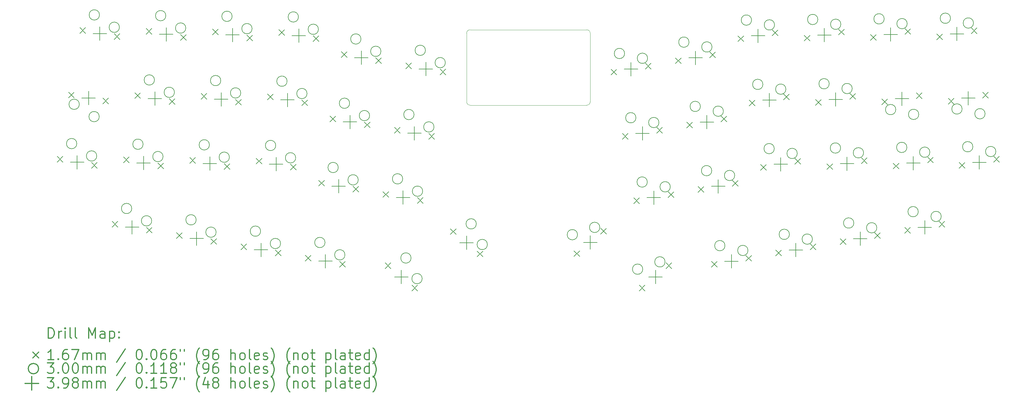
<source format=gbr>
%FSLAX45Y45*%
G04 Gerber Fmt 4.5, Leading zero omitted, Abs format (unit mm)*
G04 Created by KiCad (PCBNEW (5.1.5-0-10_14)) date 2021-08-13 15:04:36*
%MOMM*%
%LPD*%
G04 APERTURE LIST*
%TA.AperFunction,Profile*%
%ADD10C,0.100000*%
%TD*%
%ADD11C,0.200000*%
%ADD12C,0.300000*%
G04 APERTURE END LIST*
D10*
X12957618Y-4741136D02*
X12957618Y-6741136D01*
X16557618Y-6741136D02*
X16557618Y-4741136D01*
X16457618Y-4641136D02*
X13057618Y-4641136D01*
X13057618Y-6841136D02*
X16457618Y-6841136D01*
X12957618Y-4741136D02*
G75*
G02X13057618Y-4641136I100000J0D01*
G01*
X16457618Y-4641136D02*
G75*
G02X16557618Y-4741136I0J-100000D01*
G01*
X16557618Y-6741136D02*
G75*
G02X16457618Y-6841136I-100000J0D01*
G01*
X13057618Y-6841136D02*
G75*
G02X12957618Y-6741136I0J100000D01*
G01*
D11*
X1693836Y-4579423D02*
X1860836Y-4746423D01*
X1860836Y-4579423D02*
X1693836Y-4746423D01*
X2694400Y-4755849D02*
X2861400Y-4922849D01*
X2861400Y-4755849D02*
X2694400Y-4922849D01*
X21961889Y-11072616D02*
X22128889Y-11239615D01*
X22128889Y-11072616D02*
X21961889Y-11239615D01*
X22962453Y-10896189D02*
X23129453Y-11063189D01*
X23129453Y-10896189D02*
X22962453Y-11063189D01*
X25052407Y-6658898D02*
X25219407Y-6825898D01*
X25219407Y-6658898D02*
X25052407Y-6825898D01*
X26052971Y-6482472D02*
X26219971Y-6649472D01*
X26219971Y-6482472D02*
X26052971Y-6649472D01*
X23837948Y-10741816D02*
X24004948Y-10908816D01*
X24004948Y-10741816D02*
X23837948Y-10908816D01*
X24838512Y-10565389D02*
X25005512Y-10732389D01*
X25005512Y-10565389D02*
X24838512Y-10732389D01*
X20085830Y-11403415D02*
X20252830Y-11570415D01*
X20252830Y-11403415D02*
X20085830Y-11570415D01*
X21086395Y-11226989D02*
X21253395Y-11393989D01*
X21253395Y-11226989D02*
X21086395Y-11393989D01*
X19369097Y-7338622D02*
X19536097Y-7505622D01*
X19536097Y-7338622D02*
X19369097Y-7505622D01*
X20369662Y-7162195D02*
X20536662Y-7329195D01*
X20536662Y-7162195D02*
X20369662Y-7329195D01*
X8647810Y-9033996D02*
X8814810Y-9200996D01*
X8814810Y-9033996D02*
X8647810Y-9200996D01*
X9648375Y-9210423D02*
X9815375Y-9377423D01*
X9815375Y-9210423D02*
X9648375Y-9377423D01*
X11185469Y-5612678D02*
X11352469Y-5779678D01*
X11352469Y-5612678D02*
X11185469Y-5779678D01*
X12186033Y-5789105D02*
X12353033Y-5956105D01*
X12353033Y-5789105D02*
X12186033Y-5956105D01*
X9309410Y-5281878D02*
X9476410Y-5448878D01*
X9476410Y-5281878D02*
X9309410Y-5448878D01*
X10309974Y-5458305D02*
X10476974Y-5625305D01*
X10476974Y-5458305D02*
X10309974Y-5625305D01*
X4895693Y-8372397D02*
X5062693Y-8539397D01*
X5062693Y-8372397D02*
X4895693Y-8539397D01*
X5896257Y-8548823D02*
X6063257Y-8715823D01*
X6063257Y-8548823D02*
X5896257Y-8715823D01*
X17493039Y-7669421D02*
X17660039Y-7836421D01*
X17660039Y-7669421D02*
X17493039Y-7836421D01*
X18493603Y-7492994D02*
X18660603Y-7659994D01*
X18660603Y-7492994D02*
X18493603Y-7659994D01*
X17984990Y-12098053D02*
X18151990Y-12265053D01*
X18151990Y-12098053D02*
X17984990Y-12265053D01*
X18763291Y-11444980D02*
X18930291Y-11611980D01*
X18930291Y-11444980D02*
X18763291Y-11611980D01*
X21520823Y-8571204D02*
X21687823Y-8738204D01*
X21687823Y-8571204D02*
X21520823Y-8738204D01*
X22521387Y-8394777D02*
X22688387Y-8561777D01*
X22688387Y-8394777D02*
X22521387Y-8561777D01*
X2964501Y-8354273D02*
X3131501Y-8521273D01*
X3131501Y-8354273D02*
X2964501Y-8521273D01*
X3965065Y-8530700D02*
X4132065Y-8697700D01*
X4132065Y-8530700D02*
X3965065Y-8697700D01*
X3626100Y-4602156D02*
X3793100Y-4769156D01*
X3793100Y-4602156D02*
X3626100Y-4769156D01*
X4626665Y-4778582D02*
X4793665Y-4945582D01*
X4793665Y-4778582D02*
X4626665Y-4945582D01*
X23452014Y-8553081D02*
X23619014Y-8720081D01*
X23619014Y-8553081D02*
X23452014Y-8720081D01*
X24452579Y-8376654D02*
X24619579Y-8543654D01*
X24619579Y-8376654D02*
X24452579Y-8543654D01*
X21190023Y-6695145D02*
X21357023Y-6862145D01*
X21357023Y-6695145D02*
X21190023Y-6862145D01*
X22190587Y-6518718D02*
X22357587Y-6685718D01*
X22357587Y-6518718D02*
X22190587Y-6685718D01*
X3295300Y-6478214D02*
X3462300Y-6645214D01*
X3462300Y-6478214D02*
X3295300Y-6645214D01*
X4295865Y-6654641D02*
X4462865Y-6821641D01*
X4462865Y-6654641D02*
X4295865Y-6821641D01*
X8978610Y-7157937D02*
X9145610Y-7324937D01*
X9145610Y-7157937D02*
X8978610Y-7324937D01*
X9979175Y-7334364D02*
X10146175Y-7501364D01*
X10146175Y-7334364D02*
X9979175Y-7501364D01*
X19699897Y-9214680D02*
X19866897Y-9381680D01*
X19866897Y-9214680D02*
X19699897Y-9381680D01*
X20700462Y-9038253D02*
X20867462Y-9205253D01*
X20867462Y-9038253D02*
X20700462Y-9205253D01*
X8261877Y-11222731D02*
X8428877Y-11389731D01*
X8428877Y-11222731D02*
X8261877Y-11389731D01*
X9262442Y-11399158D02*
X9429442Y-11566158D01*
X9429442Y-11399158D02*
X9262442Y-11566158D01*
X10854669Y-7488737D02*
X11021669Y-7655737D01*
X11021669Y-7488737D02*
X10854669Y-7655737D01*
X11855233Y-7665163D02*
X12022233Y-7832163D01*
X12022233Y-7665163D02*
X11855233Y-7832163D01*
X2633701Y-10230332D02*
X2800701Y-10397332D01*
X2800701Y-10230332D02*
X2633701Y-10397332D01*
X3634265Y-10406759D02*
X3801265Y-10573759D01*
X3801265Y-10406759D02*
X3634265Y-10573759D01*
X17823838Y-9545480D02*
X17990838Y-9712480D01*
X17990838Y-9545480D02*
X17823838Y-9712480D01*
X18824403Y-9369053D02*
X18991403Y-9536053D01*
X18991403Y-9369053D02*
X18824403Y-9536053D01*
X10523869Y-9364796D02*
X10690869Y-9531796D01*
X10690869Y-9364796D02*
X10523869Y-9531796D01*
X11524434Y-9541223D02*
X11691434Y-9708223D01*
X11691434Y-9541223D02*
X11524434Y-9708223D01*
X7488484Y-4638402D02*
X7655484Y-4805402D01*
X7655484Y-4638402D02*
X7488484Y-4805402D01*
X8489049Y-4814829D02*
X8656049Y-4981829D01*
X8656049Y-4814829D02*
X8489049Y-4981829D01*
X6385818Y-10891932D02*
X6552818Y-11058932D01*
X6552818Y-10891932D02*
X6385818Y-11058932D01*
X7386383Y-11068358D02*
X7553383Y-11235358D01*
X7553383Y-11068358D02*
X7386383Y-11235358D01*
X6826885Y-8390520D02*
X6993885Y-8557520D01*
X6993885Y-8390520D02*
X6826885Y-8557520D01*
X7827449Y-8566946D02*
X7994449Y-8733946D01*
X7994449Y-8566946D02*
X7827449Y-8733946D01*
X25383206Y-8534957D02*
X25550206Y-8701957D01*
X25550206Y-8534957D02*
X25383206Y-8701957D01*
X26383771Y-8358531D02*
X26550771Y-8525531D01*
X26550771Y-8358531D02*
X26383771Y-8525531D01*
X22790415Y-4800963D02*
X22957415Y-4967963D01*
X22957415Y-4800963D02*
X22790415Y-4967963D01*
X23790980Y-4624537D02*
X23957980Y-4791537D01*
X23957980Y-4624537D02*
X23790980Y-4791537D01*
X16084949Y-11091572D02*
X16251949Y-11258572D01*
X16251949Y-11091572D02*
X16084949Y-11258572D01*
X16863250Y-10438500D02*
X17030250Y-10605500D01*
X17030250Y-10438500D02*
X16863250Y-10605500D01*
X24721607Y-4782840D02*
X24888607Y-4949840D01*
X24888607Y-4782840D02*
X24721607Y-4949840D01*
X25722172Y-4606413D02*
X25889172Y-4773413D01*
X25889172Y-4606413D02*
X25722172Y-4773413D01*
X1033309Y-8336150D02*
X1200309Y-8503150D01*
X1200309Y-8336150D02*
X1033309Y-8503150D01*
X2033873Y-8512576D02*
X2200873Y-8679576D01*
X2200873Y-8512576D02*
X2033873Y-8679576D01*
X27304218Y-8515713D02*
X27471218Y-8682713D01*
X27471218Y-8515713D02*
X27304218Y-8682713D01*
X28304782Y-8339287D02*
X28471782Y-8506287D01*
X28471782Y-8339287D02*
X28304782Y-8506287D01*
X20859223Y-4819087D02*
X21026223Y-4986087D01*
X21026223Y-4819087D02*
X20859223Y-4986087D01*
X21859787Y-4642660D02*
X22026787Y-4809660D01*
X22026787Y-4642660D02*
X21859787Y-4809660D01*
X19038297Y-5462563D02*
X19205297Y-5629563D01*
X19205297Y-5462563D02*
X19038297Y-5629563D01*
X20038862Y-5286136D02*
X20205862Y-5453136D01*
X20205862Y-5286136D02*
X20038862Y-5453136D01*
X17162239Y-5793362D02*
X17329239Y-5960362D01*
X17329239Y-5793362D02*
X17162239Y-5960362D01*
X18162803Y-5616936D02*
X18329803Y-5783936D01*
X18329803Y-5616936D02*
X18162803Y-5783936D01*
X25714006Y-10411016D02*
X25881006Y-10578016D01*
X25881006Y-10411016D02*
X25714006Y-10578016D01*
X26714571Y-10234590D02*
X26881571Y-10401590D01*
X26881571Y-10234590D02*
X26714571Y-10401590D01*
X23121215Y-6677022D02*
X23288215Y-6844022D01*
X23288215Y-6677022D02*
X23121215Y-6844022D01*
X24121779Y-6500595D02*
X24288779Y-6667595D01*
X24288779Y-6500595D02*
X24121779Y-6667595D01*
X26652799Y-4764716D02*
X26819799Y-4931716D01*
X26819799Y-4764716D02*
X26652799Y-4931716D01*
X27653363Y-4588290D02*
X27820363Y-4755290D01*
X27820363Y-4588290D02*
X27653363Y-4755290D01*
X26983599Y-6640775D02*
X27150599Y-6807775D01*
X27150599Y-6640775D02*
X26983599Y-6807775D01*
X27984164Y-6464349D02*
X28151164Y-6631349D01*
X28151164Y-6464349D02*
X27984164Y-6631349D01*
X10584989Y-11444779D02*
X10751989Y-11611779D01*
X10751989Y-11444779D02*
X10584989Y-11611779D01*
X11363290Y-12097851D02*
X11530290Y-12264851D01*
X11530290Y-12097851D02*
X11363290Y-12264851D01*
X7157685Y-6514461D02*
X7324685Y-6681461D01*
X7324685Y-6514461D02*
X7157685Y-6681461D01*
X8158249Y-6690888D02*
X8325249Y-6857888D01*
X8325249Y-6690888D02*
X8158249Y-6857888D01*
X1364108Y-6460091D02*
X1531108Y-6627091D01*
X1531108Y-6460091D02*
X1364108Y-6627091D01*
X2364673Y-6636518D02*
X2531673Y-6803518D01*
X2531673Y-6636518D02*
X2364673Y-6803518D01*
X5557292Y-4620279D02*
X5724292Y-4787279D01*
X5724292Y-4620279D02*
X5557292Y-4787279D01*
X6557857Y-4796705D02*
X6724857Y-4963705D01*
X6724857Y-4796705D02*
X6557857Y-4963705D01*
X12484993Y-10448146D02*
X12651993Y-10615146D01*
X12651993Y-10448146D02*
X12484993Y-10615146D01*
X13263294Y-11101218D02*
X13430294Y-11268218D01*
X13430294Y-11101218D02*
X13263294Y-11268218D01*
X5226493Y-6496337D02*
X5393493Y-6663337D01*
X5393493Y-6496337D02*
X5226493Y-6663337D01*
X6227057Y-6672764D02*
X6394057Y-6839764D01*
X6394057Y-6672764D02*
X6227057Y-6839764D01*
X4509760Y-10561132D02*
X4676760Y-10728132D01*
X4676760Y-10561132D02*
X4509760Y-10728132D01*
X5510324Y-10737558D02*
X5677324Y-10904558D01*
X5677324Y-10737558D02*
X5510324Y-10904558D01*
X21585451Y-6234256D02*
G75*
G03X21585451Y-6234256I-150000J0D01*
G01*
X22254910Y-6374131D02*
G75*
G03X22254910Y-6374131I-150000J0D01*
G01*
X3867155Y-6105539D02*
G75*
G03X3867155Y-6105539I-150000J0D01*
G01*
X4448401Y-6465947D02*
G75*
G03X4448401Y-6465947I-150000J0D01*
G01*
X9550465Y-6785261D02*
G75*
G03X9550465Y-6785261I-150000J0D01*
G01*
X10131711Y-7145669D02*
G75*
G03X10131711Y-7145669I-150000J0D01*
G01*
X20095325Y-8753791D02*
G75*
G03X20095325Y-8753791I-150000J0D01*
G01*
X20764785Y-8893666D02*
G75*
G03X20764785Y-8893666I-150000J0D01*
G01*
X8833732Y-10850056D02*
G75*
G03X8833732Y-10850056I-150000J0D01*
G01*
X9414978Y-11210463D02*
G75*
G03X9414978Y-11210463I-150000J0D01*
G01*
X11426523Y-7116061D02*
G75*
G03X11426523Y-7116061I-150000J0D01*
G01*
X12007770Y-7476469D02*
G75*
G03X12007770Y-7476469I-150000J0D01*
G01*
X3205555Y-9857656D02*
G75*
G03X3205555Y-9857656I-150000J0D01*
G01*
X3786802Y-10218064D02*
G75*
G03X3786802Y-10218064I-150000J0D01*
G01*
X18219266Y-9084591D02*
G75*
G03X18219266Y-9084591I-150000J0D01*
G01*
X18888725Y-9224466D02*
G75*
G03X18888725Y-9224466I-150000J0D01*
G01*
X11095723Y-8992120D02*
G75*
G03X11095723Y-8992120I-150000J0D01*
G01*
X11676970Y-9352528D02*
G75*
G03X11676970Y-9352528I-150000J0D01*
G01*
X8060339Y-4265727D02*
G75*
G03X8060339Y-4265727I-150000J0D01*
G01*
X8641585Y-4626134D02*
G75*
G03X8641585Y-4626134I-150000J0D01*
G01*
X6957673Y-10519256D02*
G75*
G03X6957673Y-10519256I-150000J0D01*
G01*
X7538919Y-10879664D02*
G75*
G03X7538919Y-10879664I-150000J0D01*
G01*
X7398739Y-8017844D02*
G75*
G03X7398739Y-8017844I-150000J0D01*
G01*
X7979985Y-8378252D02*
G75*
G03X7979985Y-8378252I-150000J0D01*
G01*
X25778634Y-8074068D02*
G75*
G03X25778634Y-8074068I-150000J0D01*
G01*
X26448094Y-8213943D02*
G75*
G03X26448094Y-8213943I-150000J0D01*
G01*
X23185843Y-4340074D02*
G75*
G03X23185843Y-4340074I-150000J0D01*
G01*
X23855302Y-4479949D02*
G75*
G03X23855302Y-4479949I-150000J0D01*
G01*
X16186488Y-10622654D02*
G75*
G03X16186488Y-10622654I-150000J0D01*
G01*
X16836194Y-10409059D02*
G75*
G03X16836194Y-10409059I-150000J0D01*
G01*
X25117035Y-4321951D02*
G75*
G03X25117035Y-4321951I-150000J0D01*
G01*
X25786494Y-4461825D02*
G75*
G03X25786494Y-4461825I-150000J0D01*
G01*
X1605163Y-7963474D02*
G75*
G03X1605163Y-7963474I-150000J0D01*
G01*
X2186409Y-8323882D02*
G75*
G03X2186409Y-8323882I-150000J0D01*
G01*
X27699646Y-8054824D02*
G75*
G03X27699646Y-8054824I-150000J0D01*
G01*
X28369105Y-8194699D02*
G75*
G03X28369105Y-8194699I-150000J0D01*
G01*
X21254651Y-4358198D02*
G75*
G03X21254651Y-4358198I-150000J0D01*
G01*
X21924110Y-4498072D02*
G75*
G03X21924110Y-4498072I-150000J0D01*
G01*
X19433725Y-5001674D02*
G75*
G03X19433725Y-5001674I-150000J0D01*
G01*
X20103185Y-5141548D02*
G75*
G03X20103185Y-5141548I-150000J0D01*
G01*
X17557667Y-5332473D02*
G75*
G03X17557667Y-5332473I-150000J0D01*
G01*
X18227126Y-5472348D02*
G75*
G03X18227126Y-5472348I-150000J0D01*
G01*
X26109434Y-9950127D02*
G75*
G03X26109434Y-9950127I-150000J0D01*
G01*
X26778894Y-10090002D02*
G75*
G03X26778894Y-10090002I-150000J0D01*
G01*
X23516643Y-6216133D02*
G75*
G03X23516643Y-6216133I-150000J0D01*
G01*
X24186102Y-6356007D02*
G75*
G03X24186102Y-6356007I-150000J0D01*
G01*
X27048227Y-4303827D02*
G75*
G03X27048227Y-4303827I-150000J0D01*
G01*
X27717686Y-4443702D02*
G75*
G03X27717686Y-4443702I-150000J0D01*
G01*
X27386276Y-6952363D02*
G75*
G03X27386276Y-6952363I-150000J0D01*
G01*
X28055736Y-7092238D02*
G75*
G03X28055736Y-7092238I-150000J0D01*
G01*
X11339600Y-11302396D02*
G75*
G03X11339600Y-11302396I-150000J0D01*
G01*
X11662770Y-11905142D02*
G75*
G03X11662770Y-11905142I-150000J0D01*
G01*
X7729539Y-6141785D02*
G75*
G03X7729539Y-6141785I-150000J0D01*
G01*
X8310785Y-6502193D02*
G75*
G03X8310785Y-6502193I-150000J0D01*
G01*
X1678572Y-6815786D02*
G75*
G03X1678572Y-6815786I-150000J0D01*
G01*
X2259819Y-7176193D02*
G75*
G03X2259819Y-7176193I-150000J0D01*
G01*
X6129147Y-4247603D02*
G75*
G03X6129147Y-4247603I-150000J0D01*
G01*
X6710393Y-4608011D02*
G75*
G03X6710393Y-4608011I-150000J0D01*
G01*
X13239604Y-10305764D02*
G75*
G03X13239604Y-10305764I-150000J0D01*
G01*
X13562775Y-10908509D02*
G75*
G03X13562775Y-10908509I-150000J0D01*
G01*
X5798347Y-6123662D02*
G75*
G03X5798347Y-6123662I-150000J0D01*
G01*
X6379593Y-6484070D02*
G75*
G03X6379593Y-6484070I-150000J0D01*
G01*
X5081614Y-10188456D02*
G75*
G03X5081614Y-10188456I-150000J0D01*
G01*
X5662860Y-10548864D02*
G75*
G03X5662860Y-10548864I-150000J0D01*
G01*
X2265690Y-4206747D02*
G75*
G03X2265690Y-4206747I-150000J0D01*
G01*
X2846936Y-4567155D02*
G75*
G03X2846936Y-4567155I-150000J0D01*
G01*
X22357317Y-10611727D02*
G75*
G03X22357317Y-10611727I-150000J0D01*
G01*
X23026776Y-10751601D02*
G75*
G03X23026776Y-10751601I-150000J0D01*
G01*
X25455084Y-6970486D02*
G75*
G03X25455084Y-6970486I-150000J0D01*
G01*
X26124543Y-7110361D02*
G75*
G03X26124543Y-7110361I-150000J0D01*
G01*
X24233375Y-10280927D02*
G75*
G03X24233375Y-10280927I-150000J0D01*
G01*
X24902835Y-10420801D02*
G75*
G03X24902835Y-10420801I-150000J0D01*
G01*
X20481258Y-10942526D02*
G75*
G03X20481258Y-10942526I-150000J0D01*
G01*
X21150718Y-11082401D02*
G75*
G03X21150718Y-11082401I-150000J0D01*
G01*
X19764525Y-6877733D02*
G75*
G03X19764525Y-6877733I-150000J0D01*
G01*
X20433985Y-7017607D02*
G75*
G03X20433985Y-7017607I-150000J0D01*
G01*
X9219665Y-8661320D02*
G75*
G03X9219665Y-8661320I-150000J0D01*
G01*
X9800911Y-9021728D02*
G75*
G03X9800911Y-9021728I-150000J0D01*
G01*
X11757323Y-5240002D02*
G75*
G03X11757323Y-5240002I-150000J0D01*
G01*
X12338569Y-5600410D02*
G75*
G03X12338569Y-5600410I-150000J0D01*
G01*
X9881264Y-4909203D02*
G75*
G03X9881264Y-4909203I-150000J0D01*
G01*
X10462511Y-5269611D02*
G75*
G03X10462511Y-5269611I-150000J0D01*
G01*
X5467547Y-7999721D02*
G75*
G03X5467547Y-7999721I-150000J0D01*
G01*
X6048793Y-8360129D02*
G75*
G03X6048793Y-8360129I-150000J0D01*
G01*
X17888466Y-7208532D02*
G75*
G03X17888466Y-7208532I-150000J0D01*
G01*
X18557926Y-7348407D02*
G75*
G03X18557926Y-7348407I-150000J0D01*
G01*
X18086529Y-11629134D02*
G75*
G03X18086529Y-11629134I-150000J0D01*
G01*
X18736235Y-11415539D02*
G75*
G03X18736235Y-11415539I-150000J0D01*
G01*
X21916251Y-8110315D02*
G75*
G03X21916251Y-8110315I-150000J0D01*
G01*
X22585710Y-8250189D02*
G75*
G03X22585710Y-8250189I-150000J0D01*
G01*
X3536355Y-7981597D02*
G75*
G03X3536355Y-7981597I-150000J0D01*
G01*
X4117601Y-8342005D02*
G75*
G03X4117601Y-8342005I-150000J0D01*
G01*
X4197955Y-4229480D02*
G75*
G03X4197955Y-4229480I-150000J0D01*
G01*
X4779201Y-4589888D02*
G75*
G03X4779201Y-4589888I-150000J0D01*
G01*
X23847442Y-8092192D02*
G75*
G03X23847442Y-8092192I-150000J0D01*
G01*
X24516902Y-8232066D02*
G75*
G03X24516902Y-8232066I-150000J0D01*
G01*
X9893192Y-5254583D02*
X9893192Y-5652601D01*
X9694183Y-5453592D02*
X10092201Y-5453592D01*
X5479475Y-8345101D02*
X5479475Y-8743119D01*
X5280466Y-8544110D02*
X5678484Y-8544110D01*
X18076821Y-7465699D02*
X18076821Y-7863717D01*
X17877812Y-7664708D02*
X18275830Y-7664708D01*
X18457640Y-11656008D02*
X18457640Y-12054026D01*
X18258631Y-11855017D02*
X18656649Y-11855017D01*
X22104605Y-8367482D02*
X22104605Y-8765500D01*
X21905596Y-8566491D02*
X22303614Y-8566491D01*
X3548283Y-8326977D02*
X3548283Y-8724996D01*
X3349274Y-8525987D02*
X3747292Y-8525987D01*
X4209882Y-4574860D02*
X4209882Y-4972878D01*
X4010873Y-4773869D02*
X4408891Y-4773869D01*
X24035797Y-8349358D02*
X24035797Y-8747376D01*
X23836788Y-8548367D02*
X24234806Y-8548367D01*
X21773805Y-6491423D02*
X21773805Y-6889441D01*
X21574796Y-6690432D02*
X21972814Y-6690432D01*
X3879083Y-6450919D02*
X3879083Y-6848937D01*
X3680074Y-6649928D02*
X4078092Y-6649928D01*
X9562392Y-7130641D02*
X9562392Y-7528659D01*
X9363383Y-7329650D02*
X9761401Y-7329650D01*
X20283679Y-9010958D02*
X20283679Y-9408976D01*
X20084670Y-9209967D02*
X20482688Y-9209967D01*
X8845660Y-11195436D02*
X8845660Y-11593454D01*
X8646651Y-11394445D02*
X9044669Y-11394445D01*
X11438451Y-7461441D02*
X11438451Y-7859459D01*
X11239442Y-7660450D02*
X11637460Y-7660450D01*
X3217483Y-10203036D02*
X3217483Y-10601054D01*
X3018474Y-10402045D02*
X3416492Y-10402045D01*
X18407620Y-9341758D02*
X18407620Y-9739776D01*
X18208611Y-9540767D02*
X18606629Y-9540767D01*
X11107651Y-9337500D02*
X11107651Y-9735518D01*
X10908642Y-9536509D02*
X11306660Y-9536509D01*
X8072266Y-4611107D02*
X8072266Y-5009125D01*
X7873257Y-4810116D02*
X8271275Y-4810116D01*
X6969601Y-10864636D02*
X6969601Y-11262654D01*
X6770592Y-11063645D02*
X7168610Y-11063645D01*
X7410667Y-8363224D02*
X7410667Y-8761242D01*
X7211658Y-8562233D02*
X7609676Y-8562233D01*
X25966989Y-8331235D02*
X25966989Y-8729253D01*
X25767980Y-8530244D02*
X26165998Y-8530244D01*
X23374197Y-4597241D02*
X23374197Y-4995259D01*
X23175188Y-4796250D02*
X23573206Y-4796250D01*
X16557599Y-10649527D02*
X16557599Y-11047545D01*
X16358590Y-10848536D02*
X16756608Y-10848536D01*
X25305389Y-4579118D02*
X25305389Y-4977136D01*
X25106380Y-4778127D02*
X25504398Y-4778127D01*
X1617091Y-8308854D02*
X1617091Y-8706872D01*
X1418082Y-8507863D02*
X1816100Y-8507863D01*
X27888000Y-8311991D02*
X27888000Y-8710009D01*
X27688991Y-8511000D02*
X28087009Y-8511000D01*
X21443005Y-4615364D02*
X21443005Y-5013382D01*
X21243996Y-4814373D02*
X21642014Y-4814373D01*
X19622080Y-5258840D02*
X19622080Y-5656858D01*
X19423071Y-5457849D02*
X19821089Y-5457849D01*
X17746021Y-5589640D02*
X17746021Y-5987658D01*
X17547012Y-5788649D02*
X17945030Y-5788649D01*
X26297789Y-10207294D02*
X26297789Y-10605312D01*
X26098780Y-10406303D02*
X26496798Y-10406303D01*
X23704997Y-6473299D02*
X23704997Y-6871317D01*
X23505988Y-6672308D02*
X23904006Y-6672308D01*
X27236581Y-4560994D02*
X27236581Y-4959012D01*
X27037572Y-4760003D02*
X27435590Y-4760003D01*
X27567381Y-6437053D02*
X27567381Y-6835071D01*
X27368372Y-6636062D02*
X27766390Y-6636062D01*
X11057639Y-11655806D02*
X11057639Y-12053824D01*
X10858630Y-11854815D02*
X11256648Y-11854815D01*
X7741467Y-6487165D02*
X7741467Y-6885183D01*
X7542458Y-6686174D02*
X7940476Y-6686174D01*
X1947891Y-6432795D02*
X1947891Y-6830813D01*
X1748882Y-6631804D02*
X2146900Y-6631804D01*
X6141075Y-4592983D02*
X6141075Y-4991001D01*
X5942066Y-4791992D02*
X6340084Y-4791992D01*
X12957644Y-10659173D02*
X12957644Y-11057191D01*
X12758635Y-10858182D02*
X13156653Y-10858182D01*
X5810275Y-6469042D02*
X5810275Y-6867060D01*
X5611266Y-6668051D02*
X6009284Y-6668051D01*
X5093542Y-10533836D02*
X5093542Y-10931854D01*
X4894533Y-10732845D02*
X5292551Y-10732845D01*
X2277618Y-4552127D02*
X2277618Y-4950145D01*
X2078609Y-4751136D02*
X2476627Y-4751136D01*
X22545671Y-10868893D02*
X22545671Y-11266911D01*
X22346662Y-11067902D02*
X22744680Y-11067902D01*
X25636189Y-6455176D02*
X25636189Y-6853194D01*
X25437180Y-6654185D02*
X25835198Y-6654185D01*
X24421730Y-10538093D02*
X24421730Y-10936111D01*
X24222721Y-10737102D02*
X24620739Y-10737102D01*
X20669613Y-11199693D02*
X20669613Y-11597711D01*
X20470604Y-11398702D02*
X20868622Y-11398702D01*
X19952880Y-7134899D02*
X19952880Y-7532917D01*
X19753871Y-7333908D02*
X20151889Y-7333908D01*
X9231593Y-9006700D02*
X9231593Y-9404718D01*
X9032584Y-9205709D02*
X9430602Y-9205709D01*
X11769251Y-5585382D02*
X11769251Y-5983400D01*
X11570242Y-5784391D02*
X11968260Y-5784391D01*
D12*
X779094Y-13641845D02*
X779094Y-13341845D01*
X850523Y-13341845D01*
X893380Y-13356131D01*
X921951Y-13384702D01*
X936237Y-13413274D01*
X950523Y-13470417D01*
X950523Y-13513274D01*
X936237Y-13570417D01*
X921951Y-13598988D01*
X893380Y-13627559D01*
X850523Y-13641845D01*
X779094Y-13641845D01*
X1079094Y-13641845D02*
X1079094Y-13441845D01*
X1079094Y-13498988D02*
X1093380Y-13470417D01*
X1107666Y-13456131D01*
X1136237Y-13441845D01*
X1164808Y-13441845D01*
X1264808Y-13641845D02*
X1264808Y-13441845D01*
X1264808Y-13341845D02*
X1250523Y-13356131D01*
X1264808Y-13370417D01*
X1279094Y-13356131D01*
X1264808Y-13341845D01*
X1264808Y-13370417D01*
X1450523Y-13641845D02*
X1421951Y-13627559D01*
X1407665Y-13598988D01*
X1407665Y-13341845D01*
X1607665Y-13641845D02*
X1579094Y-13627559D01*
X1564808Y-13598988D01*
X1564808Y-13341845D01*
X1950523Y-13641845D02*
X1950523Y-13341845D01*
X2050523Y-13556131D01*
X2150523Y-13341845D01*
X2150523Y-13641845D01*
X2421951Y-13641845D02*
X2421951Y-13484702D01*
X2407666Y-13456131D01*
X2379094Y-13441845D01*
X2321951Y-13441845D01*
X2293380Y-13456131D01*
X2421951Y-13627559D02*
X2393380Y-13641845D01*
X2321951Y-13641845D01*
X2293380Y-13627559D01*
X2279094Y-13598988D01*
X2279094Y-13570417D01*
X2293380Y-13541845D01*
X2321951Y-13527559D01*
X2393380Y-13527559D01*
X2421951Y-13513274D01*
X2564808Y-13441845D02*
X2564808Y-13741845D01*
X2564808Y-13456131D02*
X2593380Y-13441845D01*
X2650523Y-13441845D01*
X2679094Y-13456131D01*
X2693380Y-13470417D01*
X2707665Y-13498988D01*
X2707665Y-13584702D01*
X2693380Y-13613274D01*
X2679094Y-13627559D01*
X2650523Y-13641845D01*
X2593380Y-13641845D01*
X2564808Y-13627559D01*
X2836237Y-13613274D02*
X2850523Y-13627559D01*
X2836237Y-13641845D01*
X2821951Y-13627559D01*
X2836237Y-13613274D01*
X2836237Y-13641845D01*
X2836237Y-13456131D02*
X2850523Y-13470417D01*
X2836237Y-13484702D01*
X2821951Y-13470417D01*
X2836237Y-13456131D01*
X2836237Y-13484702D01*
X325666Y-14052631D02*
X492665Y-14219631D01*
X492665Y-14052631D02*
X325666Y-14219631D01*
X936237Y-14271845D02*
X764808Y-14271845D01*
X850523Y-14271845D02*
X850523Y-13971845D01*
X821951Y-14014702D01*
X793380Y-14043274D01*
X764808Y-14057559D01*
X1064808Y-14243274D02*
X1079094Y-14257559D01*
X1064808Y-14271845D01*
X1050523Y-14257559D01*
X1064808Y-14243274D01*
X1064808Y-14271845D01*
X1336237Y-13971845D02*
X1279094Y-13971845D01*
X1250523Y-13986131D01*
X1236237Y-14000417D01*
X1207666Y-14043274D01*
X1193380Y-14100417D01*
X1193380Y-14214702D01*
X1207666Y-14243274D01*
X1221951Y-14257559D01*
X1250523Y-14271845D01*
X1307666Y-14271845D01*
X1336237Y-14257559D01*
X1350523Y-14243274D01*
X1364808Y-14214702D01*
X1364808Y-14143274D01*
X1350523Y-14114702D01*
X1336237Y-14100417D01*
X1307666Y-14086131D01*
X1250523Y-14086131D01*
X1221951Y-14100417D01*
X1207666Y-14114702D01*
X1193380Y-14143274D01*
X1464808Y-13971845D02*
X1664808Y-13971845D01*
X1536237Y-14271845D01*
X1779094Y-14271845D02*
X1779094Y-14071845D01*
X1779094Y-14100417D02*
X1793380Y-14086131D01*
X1821951Y-14071845D01*
X1864808Y-14071845D01*
X1893380Y-14086131D01*
X1907665Y-14114702D01*
X1907665Y-14271845D01*
X1907665Y-14114702D02*
X1921951Y-14086131D01*
X1950523Y-14071845D01*
X1993380Y-14071845D01*
X2021951Y-14086131D01*
X2036237Y-14114702D01*
X2036237Y-14271845D01*
X2179094Y-14271845D02*
X2179094Y-14071845D01*
X2179094Y-14100417D02*
X2193380Y-14086131D01*
X2221951Y-14071845D01*
X2264808Y-14071845D01*
X2293380Y-14086131D01*
X2307666Y-14114702D01*
X2307666Y-14271845D01*
X2307666Y-14114702D02*
X2321951Y-14086131D01*
X2350523Y-14071845D01*
X2393380Y-14071845D01*
X2421951Y-14086131D01*
X2436237Y-14114702D01*
X2436237Y-14271845D01*
X3021951Y-13957559D02*
X2764808Y-14343274D01*
X3407665Y-13971845D02*
X3436237Y-13971845D01*
X3464808Y-13986131D01*
X3479094Y-14000417D01*
X3493380Y-14028988D01*
X3507665Y-14086131D01*
X3507665Y-14157559D01*
X3493380Y-14214702D01*
X3479094Y-14243274D01*
X3464808Y-14257559D01*
X3436237Y-14271845D01*
X3407665Y-14271845D01*
X3379094Y-14257559D01*
X3364808Y-14243274D01*
X3350523Y-14214702D01*
X3336237Y-14157559D01*
X3336237Y-14086131D01*
X3350523Y-14028988D01*
X3364808Y-14000417D01*
X3379094Y-13986131D01*
X3407665Y-13971845D01*
X3636237Y-14243274D02*
X3650523Y-14257559D01*
X3636237Y-14271845D01*
X3621951Y-14257559D01*
X3636237Y-14243274D01*
X3636237Y-14271845D01*
X3836237Y-13971845D02*
X3864808Y-13971845D01*
X3893380Y-13986131D01*
X3907665Y-14000417D01*
X3921951Y-14028988D01*
X3936237Y-14086131D01*
X3936237Y-14157559D01*
X3921951Y-14214702D01*
X3907665Y-14243274D01*
X3893380Y-14257559D01*
X3864808Y-14271845D01*
X3836237Y-14271845D01*
X3807665Y-14257559D01*
X3793380Y-14243274D01*
X3779094Y-14214702D01*
X3764808Y-14157559D01*
X3764808Y-14086131D01*
X3779094Y-14028988D01*
X3793380Y-14000417D01*
X3807665Y-13986131D01*
X3836237Y-13971845D01*
X4193380Y-13971845D02*
X4136237Y-13971845D01*
X4107665Y-13986131D01*
X4093380Y-14000417D01*
X4064808Y-14043274D01*
X4050523Y-14100417D01*
X4050523Y-14214702D01*
X4064808Y-14243274D01*
X4079094Y-14257559D01*
X4107665Y-14271845D01*
X4164808Y-14271845D01*
X4193380Y-14257559D01*
X4207666Y-14243274D01*
X4221951Y-14214702D01*
X4221951Y-14143274D01*
X4207666Y-14114702D01*
X4193380Y-14100417D01*
X4164808Y-14086131D01*
X4107665Y-14086131D01*
X4079094Y-14100417D01*
X4064808Y-14114702D01*
X4050523Y-14143274D01*
X4479094Y-13971845D02*
X4421951Y-13971845D01*
X4393380Y-13986131D01*
X4379094Y-14000417D01*
X4350523Y-14043274D01*
X4336237Y-14100417D01*
X4336237Y-14214702D01*
X4350523Y-14243274D01*
X4364808Y-14257559D01*
X4393380Y-14271845D01*
X4450523Y-14271845D01*
X4479094Y-14257559D01*
X4493380Y-14243274D01*
X4507665Y-14214702D01*
X4507665Y-14143274D01*
X4493380Y-14114702D01*
X4479094Y-14100417D01*
X4450523Y-14086131D01*
X4393380Y-14086131D01*
X4364808Y-14100417D01*
X4350523Y-14114702D01*
X4336237Y-14143274D01*
X4621951Y-13971845D02*
X4621951Y-14028988D01*
X4736237Y-13971845D02*
X4736237Y-14028988D01*
X5179094Y-14386131D02*
X5164808Y-14371845D01*
X5136237Y-14328988D01*
X5121951Y-14300417D01*
X5107665Y-14257559D01*
X5093380Y-14186131D01*
X5093380Y-14128988D01*
X5107665Y-14057559D01*
X5121951Y-14014702D01*
X5136237Y-13986131D01*
X5164808Y-13943274D01*
X5179094Y-13928988D01*
X5307665Y-14271845D02*
X5364808Y-14271845D01*
X5393380Y-14257559D01*
X5407665Y-14243274D01*
X5436237Y-14200417D01*
X5450523Y-14143274D01*
X5450523Y-14028988D01*
X5436237Y-14000417D01*
X5421951Y-13986131D01*
X5393380Y-13971845D01*
X5336237Y-13971845D01*
X5307665Y-13986131D01*
X5293380Y-14000417D01*
X5279094Y-14028988D01*
X5279094Y-14100417D01*
X5293380Y-14128988D01*
X5307665Y-14143274D01*
X5336237Y-14157559D01*
X5393380Y-14157559D01*
X5421951Y-14143274D01*
X5436237Y-14128988D01*
X5450523Y-14100417D01*
X5707665Y-13971845D02*
X5650523Y-13971845D01*
X5621951Y-13986131D01*
X5607665Y-14000417D01*
X5579094Y-14043274D01*
X5564808Y-14100417D01*
X5564808Y-14214702D01*
X5579094Y-14243274D01*
X5593380Y-14257559D01*
X5621951Y-14271845D01*
X5679094Y-14271845D01*
X5707665Y-14257559D01*
X5721951Y-14243274D01*
X5736237Y-14214702D01*
X5736237Y-14143274D01*
X5721951Y-14114702D01*
X5707665Y-14100417D01*
X5679094Y-14086131D01*
X5621951Y-14086131D01*
X5593380Y-14100417D01*
X5579094Y-14114702D01*
X5564808Y-14143274D01*
X6093380Y-14271845D02*
X6093380Y-13971845D01*
X6221951Y-14271845D02*
X6221951Y-14114702D01*
X6207665Y-14086131D01*
X6179094Y-14071845D01*
X6136237Y-14071845D01*
X6107665Y-14086131D01*
X6093380Y-14100417D01*
X6407665Y-14271845D02*
X6379094Y-14257559D01*
X6364808Y-14243274D01*
X6350523Y-14214702D01*
X6350523Y-14128988D01*
X6364808Y-14100417D01*
X6379094Y-14086131D01*
X6407665Y-14071845D01*
X6450523Y-14071845D01*
X6479094Y-14086131D01*
X6493380Y-14100417D01*
X6507665Y-14128988D01*
X6507665Y-14214702D01*
X6493380Y-14243274D01*
X6479094Y-14257559D01*
X6450523Y-14271845D01*
X6407665Y-14271845D01*
X6679094Y-14271845D02*
X6650523Y-14257559D01*
X6636237Y-14228988D01*
X6636237Y-13971845D01*
X6907665Y-14257559D02*
X6879094Y-14271845D01*
X6821951Y-14271845D01*
X6793380Y-14257559D01*
X6779094Y-14228988D01*
X6779094Y-14114702D01*
X6793380Y-14086131D01*
X6821951Y-14071845D01*
X6879094Y-14071845D01*
X6907665Y-14086131D01*
X6921951Y-14114702D01*
X6921951Y-14143274D01*
X6779094Y-14171845D01*
X7036237Y-14257559D02*
X7064808Y-14271845D01*
X7121951Y-14271845D01*
X7150523Y-14257559D01*
X7164808Y-14228988D01*
X7164808Y-14214702D01*
X7150523Y-14186131D01*
X7121951Y-14171845D01*
X7079094Y-14171845D01*
X7050523Y-14157559D01*
X7036237Y-14128988D01*
X7036237Y-14114702D01*
X7050523Y-14086131D01*
X7079094Y-14071845D01*
X7121951Y-14071845D01*
X7150523Y-14086131D01*
X7264808Y-14386131D02*
X7279094Y-14371845D01*
X7307665Y-14328988D01*
X7321951Y-14300417D01*
X7336237Y-14257559D01*
X7350523Y-14186131D01*
X7350523Y-14128988D01*
X7336237Y-14057559D01*
X7321951Y-14014702D01*
X7307665Y-13986131D01*
X7279094Y-13943274D01*
X7264808Y-13928988D01*
X7807665Y-14386131D02*
X7793380Y-14371845D01*
X7764808Y-14328988D01*
X7750523Y-14300417D01*
X7736237Y-14257559D01*
X7721951Y-14186131D01*
X7721951Y-14128988D01*
X7736237Y-14057559D01*
X7750523Y-14014702D01*
X7764808Y-13986131D01*
X7793380Y-13943274D01*
X7807665Y-13928988D01*
X7921951Y-14071845D02*
X7921951Y-14271845D01*
X7921951Y-14100417D02*
X7936237Y-14086131D01*
X7964808Y-14071845D01*
X8007665Y-14071845D01*
X8036237Y-14086131D01*
X8050523Y-14114702D01*
X8050523Y-14271845D01*
X8236237Y-14271845D02*
X8207665Y-14257559D01*
X8193380Y-14243274D01*
X8179094Y-14214702D01*
X8179094Y-14128988D01*
X8193380Y-14100417D01*
X8207665Y-14086131D01*
X8236237Y-14071845D01*
X8279094Y-14071845D01*
X8307665Y-14086131D01*
X8321951Y-14100417D01*
X8336237Y-14128988D01*
X8336237Y-14214702D01*
X8321951Y-14243274D01*
X8307665Y-14257559D01*
X8279094Y-14271845D01*
X8236237Y-14271845D01*
X8421951Y-14071845D02*
X8536237Y-14071845D01*
X8464808Y-13971845D02*
X8464808Y-14228988D01*
X8479094Y-14257559D01*
X8507666Y-14271845D01*
X8536237Y-14271845D01*
X8864808Y-14071845D02*
X8864808Y-14371845D01*
X8864808Y-14086131D02*
X8893380Y-14071845D01*
X8950523Y-14071845D01*
X8979094Y-14086131D01*
X8993380Y-14100417D01*
X9007666Y-14128988D01*
X9007666Y-14214702D01*
X8993380Y-14243274D01*
X8979094Y-14257559D01*
X8950523Y-14271845D01*
X8893380Y-14271845D01*
X8864808Y-14257559D01*
X9179094Y-14271845D02*
X9150523Y-14257559D01*
X9136237Y-14228988D01*
X9136237Y-13971845D01*
X9421951Y-14271845D02*
X9421951Y-14114702D01*
X9407665Y-14086131D01*
X9379094Y-14071845D01*
X9321951Y-14071845D01*
X9293380Y-14086131D01*
X9421951Y-14257559D02*
X9393380Y-14271845D01*
X9321951Y-14271845D01*
X9293380Y-14257559D01*
X9279094Y-14228988D01*
X9279094Y-14200417D01*
X9293380Y-14171845D01*
X9321951Y-14157559D01*
X9393380Y-14157559D01*
X9421951Y-14143274D01*
X9521951Y-14071845D02*
X9636237Y-14071845D01*
X9564808Y-13971845D02*
X9564808Y-14228988D01*
X9579094Y-14257559D01*
X9607666Y-14271845D01*
X9636237Y-14271845D01*
X9850523Y-14257559D02*
X9821951Y-14271845D01*
X9764808Y-14271845D01*
X9736237Y-14257559D01*
X9721951Y-14228988D01*
X9721951Y-14114702D01*
X9736237Y-14086131D01*
X9764808Y-14071845D01*
X9821951Y-14071845D01*
X9850523Y-14086131D01*
X9864808Y-14114702D01*
X9864808Y-14143274D01*
X9721951Y-14171845D01*
X10121951Y-14271845D02*
X10121951Y-13971845D01*
X10121951Y-14257559D02*
X10093380Y-14271845D01*
X10036237Y-14271845D01*
X10007665Y-14257559D01*
X9993380Y-14243274D01*
X9979094Y-14214702D01*
X9979094Y-14128988D01*
X9993380Y-14100417D01*
X10007665Y-14086131D01*
X10036237Y-14071845D01*
X10093380Y-14071845D01*
X10121951Y-14086131D01*
X10236237Y-14386131D02*
X10250523Y-14371845D01*
X10279094Y-14328988D01*
X10293380Y-14300417D01*
X10307666Y-14257559D01*
X10321951Y-14186131D01*
X10321951Y-14128988D01*
X10307666Y-14057559D01*
X10293380Y-14014702D01*
X10279094Y-13986131D01*
X10250523Y-13943274D01*
X10236237Y-13928988D01*
X492665Y-14532131D02*
G75*
G03X492665Y-14532131I-150000J0D01*
G01*
X750523Y-14367845D02*
X936237Y-14367845D01*
X836237Y-14482131D01*
X879094Y-14482131D01*
X907665Y-14496417D01*
X921951Y-14510702D01*
X936237Y-14539274D01*
X936237Y-14610702D01*
X921951Y-14639274D01*
X907665Y-14653559D01*
X879094Y-14667845D01*
X793380Y-14667845D01*
X764808Y-14653559D01*
X750523Y-14639274D01*
X1064808Y-14639274D02*
X1079094Y-14653559D01*
X1064808Y-14667845D01*
X1050523Y-14653559D01*
X1064808Y-14639274D01*
X1064808Y-14667845D01*
X1264808Y-14367845D02*
X1293380Y-14367845D01*
X1321951Y-14382131D01*
X1336237Y-14396417D01*
X1350523Y-14424988D01*
X1364808Y-14482131D01*
X1364808Y-14553559D01*
X1350523Y-14610702D01*
X1336237Y-14639274D01*
X1321951Y-14653559D01*
X1293380Y-14667845D01*
X1264808Y-14667845D01*
X1236237Y-14653559D01*
X1221951Y-14639274D01*
X1207666Y-14610702D01*
X1193380Y-14553559D01*
X1193380Y-14482131D01*
X1207666Y-14424988D01*
X1221951Y-14396417D01*
X1236237Y-14382131D01*
X1264808Y-14367845D01*
X1550523Y-14367845D02*
X1579094Y-14367845D01*
X1607665Y-14382131D01*
X1621951Y-14396417D01*
X1636237Y-14424988D01*
X1650523Y-14482131D01*
X1650523Y-14553559D01*
X1636237Y-14610702D01*
X1621951Y-14639274D01*
X1607665Y-14653559D01*
X1579094Y-14667845D01*
X1550523Y-14667845D01*
X1521951Y-14653559D01*
X1507665Y-14639274D01*
X1493380Y-14610702D01*
X1479094Y-14553559D01*
X1479094Y-14482131D01*
X1493380Y-14424988D01*
X1507665Y-14396417D01*
X1521951Y-14382131D01*
X1550523Y-14367845D01*
X1779094Y-14667845D02*
X1779094Y-14467845D01*
X1779094Y-14496417D02*
X1793380Y-14482131D01*
X1821951Y-14467845D01*
X1864808Y-14467845D01*
X1893380Y-14482131D01*
X1907665Y-14510702D01*
X1907665Y-14667845D01*
X1907665Y-14510702D02*
X1921951Y-14482131D01*
X1950523Y-14467845D01*
X1993380Y-14467845D01*
X2021951Y-14482131D01*
X2036237Y-14510702D01*
X2036237Y-14667845D01*
X2179094Y-14667845D02*
X2179094Y-14467845D01*
X2179094Y-14496417D02*
X2193380Y-14482131D01*
X2221951Y-14467845D01*
X2264808Y-14467845D01*
X2293380Y-14482131D01*
X2307666Y-14510702D01*
X2307666Y-14667845D01*
X2307666Y-14510702D02*
X2321951Y-14482131D01*
X2350523Y-14467845D01*
X2393380Y-14467845D01*
X2421951Y-14482131D01*
X2436237Y-14510702D01*
X2436237Y-14667845D01*
X3021951Y-14353559D02*
X2764808Y-14739274D01*
X3407665Y-14367845D02*
X3436237Y-14367845D01*
X3464808Y-14382131D01*
X3479094Y-14396417D01*
X3493380Y-14424988D01*
X3507665Y-14482131D01*
X3507665Y-14553559D01*
X3493380Y-14610702D01*
X3479094Y-14639274D01*
X3464808Y-14653559D01*
X3436237Y-14667845D01*
X3407665Y-14667845D01*
X3379094Y-14653559D01*
X3364808Y-14639274D01*
X3350523Y-14610702D01*
X3336237Y-14553559D01*
X3336237Y-14482131D01*
X3350523Y-14424988D01*
X3364808Y-14396417D01*
X3379094Y-14382131D01*
X3407665Y-14367845D01*
X3636237Y-14639274D02*
X3650523Y-14653559D01*
X3636237Y-14667845D01*
X3621951Y-14653559D01*
X3636237Y-14639274D01*
X3636237Y-14667845D01*
X3936237Y-14667845D02*
X3764808Y-14667845D01*
X3850523Y-14667845D02*
X3850523Y-14367845D01*
X3821951Y-14410702D01*
X3793380Y-14439274D01*
X3764808Y-14453559D01*
X4221951Y-14667845D02*
X4050523Y-14667845D01*
X4136237Y-14667845D02*
X4136237Y-14367845D01*
X4107665Y-14410702D01*
X4079094Y-14439274D01*
X4050523Y-14453559D01*
X4393380Y-14496417D02*
X4364808Y-14482131D01*
X4350523Y-14467845D01*
X4336237Y-14439274D01*
X4336237Y-14424988D01*
X4350523Y-14396417D01*
X4364808Y-14382131D01*
X4393380Y-14367845D01*
X4450523Y-14367845D01*
X4479094Y-14382131D01*
X4493380Y-14396417D01*
X4507665Y-14424988D01*
X4507665Y-14439274D01*
X4493380Y-14467845D01*
X4479094Y-14482131D01*
X4450523Y-14496417D01*
X4393380Y-14496417D01*
X4364808Y-14510702D01*
X4350523Y-14524988D01*
X4336237Y-14553559D01*
X4336237Y-14610702D01*
X4350523Y-14639274D01*
X4364808Y-14653559D01*
X4393380Y-14667845D01*
X4450523Y-14667845D01*
X4479094Y-14653559D01*
X4493380Y-14639274D01*
X4507665Y-14610702D01*
X4507665Y-14553559D01*
X4493380Y-14524988D01*
X4479094Y-14510702D01*
X4450523Y-14496417D01*
X4621951Y-14367845D02*
X4621951Y-14424988D01*
X4736237Y-14367845D02*
X4736237Y-14424988D01*
X5179094Y-14782131D02*
X5164808Y-14767845D01*
X5136237Y-14724988D01*
X5121951Y-14696417D01*
X5107665Y-14653559D01*
X5093380Y-14582131D01*
X5093380Y-14524988D01*
X5107665Y-14453559D01*
X5121951Y-14410702D01*
X5136237Y-14382131D01*
X5164808Y-14339274D01*
X5179094Y-14324988D01*
X5307665Y-14667845D02*
X5364808Y-14667845D01*
X5393380Y-14653559D01*
X5407665Y-14639274D01*
X5436237Y-14596417D01*
X5450523Y-14539274D01*
X5450523Y-14424988D01*
X5436237Y-14396417D01*
X5421951Y-14382131D01*
X5393380Y-14367845D01*
X5336237Y-14367845D01*
X5307665Y-14382131D01*
X5293380Y-14396417D01*
X5279094Y-14424988D01*
X5279094Y-14496417D01*
X5293380Y-14524988D01*
X5307665Y-14539274D01*
X5336237Y-14553559D01*
X5393380Y-14553559D01*
X5421951Y-14539274D01*
X5436237Y-14524988D01*
X5450523Y-14496417D01*
X5707665Y-14367845D02*
X5650523Y-14367845D01*
X5621951Y-14382131D01*
X5607665Y-14396417D01*
X5579094Y-14439274D01*
X5564808Y-14496417D01*
X5564808Y-14610702D01*
X5579094Y-14639274D01*
X5593380Y-14653559D01*
X5621951Y-14667845D01*
X5679094Y-14667845D01*
X5707665Y-14653559D01*
X5721951Y-14639274D01*
X5736237Y-14610702D01*
X5736237Y-14539274D01*
X5721951Y-14510702D01*
X5707665Y-14496417D01*
X5679094Y-14482131D01*
X5621951Y-14482131D01*
X5593380Y-14496417D01*
X5579094Y-14510702D01*
X5564808Y-14539274D01*
X6093380Y-14667845D02*
X6093380Y-14367845D01*
X6221951Y-14667845D02*
X6221951Y-14510702D01*
X6207665Y-14482131D01*
X6179094Y-14467845D01*
X6136237Y-14467845D01*
X6107665Y-14482131D01*
X6093380Y-14496417D01*
X6407665Y-14667845D02*
X6379094Y-14653559D01*
X6364808Y-14639274D01*
X6350523Y-14610702D01*
X6350523Y-14524988D01*
X6364808Y-14496417D01*
X6379094Y-14482131D01*
X6407665Y-14467845D01*
X6450523Y-14467845D01*
X6479094Y-14482131D01*
X6493380Y-14496417D01*
X6507665Y-14524988D01*
X6507665Y-14610702D01*
X6493380Y-14639274D01*
X6479094Y-14653559D01*
X6450523Y-14667845D01*
X6407665Y-14667845D01*
X6679094Y-14667845D02*
X6650523Y-14653559D01*
X6636237Y-14624988D01*
X6636237Y-14367845D01*
X6907665Y-14653559D02*
X6879094Y-14667845D01*
X6821951Y-14667845D01*
X6793380Y-14653559D01*
X6779094Y-14624988D01*
X6779094Y-14510702D01*
X6793380Y-14482131D01*
X6821951Y-14467845D01*
X6879094Y-14467845D01*
X6907665Y-14482131D01*
X6921951Y-14510702D01*
X6921951Y-14539274D01*
X6779094Y-14567845D01*
X7036237Y-14653559D02*
X7064808Y-14667845D01*
X7121951Y-14667845D01*
X7150523Y-14653559D01*
X7164808Y-14624988D01*
X7164808Y-14610702D01*
X7150523Y-14582131D01*
X7121951Y-14567845D01*
X7079094Y-14567845D01*
X7050523Y-14553559D01*
X7036237Y-14524988D01*
X7036237Y-14510702D01*
X7050523Y-14482131D01*
X7079094Y-14467845D01*
X7121951Y-14467845D01*
X7150523Y-14482131D01*
X7264808Y-14782131D02*
X7279094Y-14767845D01*
X7307665Y-14724988D01*
X7321951Y-14696417D01*
X7336237Y-14653559D01*
X7350523Y-14582131D01*
X7350523Y-14524988D01*
X7336237Y-14453559D01*
X7321951Y-14410702D01*
X7307665Y-14382131D01*
X7279094Y-14339274D01*
X7264808Y-14324988D01*
X7807665Y-14782131D02*
X7793380Y-14767845D01*
X7764808Y-14724988D01*
X7750523Y-14696417D01*
X7736237Y-14653559D01*
X7721951Y-14582131D01*
X7721951Y-14524988D01*
X7736237Y-14453559D01*
X7750523Y-14410702D01*
X7764808Y-14382131D01*
X7793380Y-14339274D01*
X7807665Y-14324988D01*
X7921951Y-14467845D02*
X7921951Y-14667845D01*
X7921951Y-14496417D02*
X7936237Y-14482131D01*
X7964808Y-14467845D01*
X8007665Y-14467845D01*
X8036237Y-14482131D01*
X8050523Y-14510702D01*
X8050523Y-14667845D01*
X8236237Y-14667845D02*
X8207665Y-14653559D01*
X8193380Y-14639274D01*
X8179094Y-14610702D01*
X8179094Y-14524988D01*
X8193380Y-14496417D01*
X8207665Y-14482131D01*
X8236237Y-14467845D01*
X8279094Y-14467845D01*
X8307665Y-14482131D01*
X8321951Y-14496417D01*
X8336237Y-14524988D01*
X8336237Y-14610702D01*
X8321951Y-14639274D01*
X8307665Y-14653559D01*
X8279094Y-14667845D01*
X8236237Y-14667845D01*
X8421951Y-14467845D02*
X8536237Y-14467845D01*
X8464808Y-14367845D02*
X8464808Y-14624988D01*
X8479094Y-14653559D01*
X8507666Y-14667845D01*
X8536237Y-14667845D01*
X8864808Y-14467845D02*
X8864808Y-14767845D01*
X8864808Y-14482131D02*
X8893380Y-14467845D01*
X8950523Y-14467845D01*
X8979094Y-14482131D01*
X8993380Y-14496417D01*
X9007666Y-14524988D01*
X9007666Y-14610702D01*
X8993380Y-14639274D01*
X8979094Y-14653559D01*
X8950523Y-14667845D01*
X8893380Y-14667845D01*
X8864808Y-14653559D01*
X9179094Y-14667845D02*
X9150523Y-14653559D01*
X9136237Y-14624988D01*
X9136237Y-14367845D01*
X9421951Y-14667845D02*
X9421951Y-14510702D01*
X9407665Y-14482131D01*
X9379094Y-14467845D01*
X9321951Y-14467845D01*
X9293380Y-14482131D01*
X9421951Y-14653559D02*
X9393380Y-14667845D01*
X9321951Y-14667845D01*
X9293380Y-14653559D01*
X9279094Y-14624988D01*
X9279094Y-14596417D01*
X9293380Y-14567845D01*
X9321951Y-14553559D01*
X9393380Y-14553559D01*
X9421951Y-14539274D01*
X9521951Y-14467845D02*
X9636237Y-14467845D01*
X9564808Y-14367845D02*
X9564808Y-14624988D01*
X9579094Y-14653559D01*
X9607666Y-14667845D01*
X9636237Y-14667845D01*
X9850523Y-14653559D02*
X9821951Y-14667845D01*
X9764808Y-14667845D01*
X9736237Y-14653559D01*
X9721951Y-14624988D01*
X9721951Y-14510702D01*
X9736237Y-14482131D01*
X9764808Y-14467845D01*
X9821951Y-14467845D01*
X9850523Y-14482131D01*
X9864808Y-14510702D01*
X9864808Y-14539274D01*
X9721951Y-14567845D01*
X10121951Y-14667845D02*
X10121951Y-14367845D01*
X10121951Y-14653559D02*
X10093380Y-14667845D01*
X10036237Y-14667845D01*
X10007665Y-14653559D01*
X9993380Y-14639274D01*
X9979094Y-14610702D01*
X9979094Y-14524988D01*
X9993380Y-14496417D01*
X10007665Y-14482131D01*
X10036237Y-14467845D01*
X10093380Y-14467845D01*
X10121951Y-14482131D01*
X10236237Y-14782131D02*
X10250523Y-14767845D01*
X10279094Y-14724988D01*
X10293380Y-14696417D01*
X10307666Y-14653559D01*
X10321951Y-14582131D01*
X10321951Y-14524988D01*
X10307666Y-14453559D01*
X10293380Y-14410702D01*
X10279094Y-14382131D01*
X10250523Y-14339274D01*
X10236237Y-14324988D01*
X293657Y-14763122D02*
X293657Y-15161140D01*
X94647Y-14962131D02*
X492665Y-14962131D01*
X750523Y-14797845D02*
X936237Y-14797845D01*
X836237Y-14912131D01*
X879094Y-14912131D01*
X907665Y-14926417D01*
X921951Y-14940702D01*
X936237Y-14969274D01*
X936237Y-15040702D01*
X921951Y-15069274D01*
X907665Y-15083559D01*
X879094Y-15097845D01*
X793380Y-15097845D01*
X764808Y-15083559D01*
X750523Y-15069274D01*
X1064808Y-15069274D02*
X1079094Y-15083559D01*
X1064808Y-15097845D01*
X1050523Y-15083559D01*
X1064808Y-15069274D01*
X1064808Y-15097845D01*
X1221951Y-15097845D02*
X1279094Y-15097845D01*
X1307666Y-15083559D01*
X1321951Y-15069274D01*
X1350523Y-15026417D01*
X1364808Y-14969274D01*
X1364808Y-14854988D01*
X1350523Y-14826417D01*
X1336237Y-14812131D01*
X1307666Y-14797845D01*
X1250523Y-14797845D01*
X1221951Y-14812131D01*
X1207666Y-14826417D01*
X1193380Y-14854988D01*
X1193380Y-14926417D01*
X1207666Y-14954988D01*
X1221951Y-14969274D01*
X1250523Y-14983559D01*
X1307666Y-14983559D01*
X1336237Y-14969274D01*
X1350523Y-14954988D01*
X1364808Y-14926417D01*
X1536237Y-14926417D02*
X1507665Y-14912131D01*
X1493380Y-14897845D01*
X1479094Y-14869274D01*
X1479094Y-14854988D01*
X1493380Y-14826417D01*
X1507665Y-14812131D01*
X1536237Y-14797845D01*
X1593380Y-14797845D01*
X1621951Y-14812131D01*
X1636237Y-14826417D01*
X1650523Y-14854988D01*
X1650523Y-14869274D01*
X1636237Y-14897845D01*
X1621951Y-14912131D01*
X1593380Y-14926417D01*
X1536237Y-14926417D01*
X1507665Y-14940702D01*
X1493380Y-14954988D01*
X1479094Y-14983559D01*
X1479094Y-15040702D01*
X1493380Y-15069274D01*
X1507665Y-15083559D01*
X1536237Y-15097845D01*
X1593380Y-15097845D01*
X1621951Y-15083559D01*
X1636237Y-15069274D01*
X1650523Y-15040702D01*
X1650523Y-14983559D01*
X1636237Y-14954988D01*
X1621951Y-14940702D01*
X1593380Y-14926417D01*
X1779094Y-15097845D02*
X1779094Y-14897845D01*
X1779094Y-14926417D02*
X1793380Y-14912131D01*
X1821951Y-14897845D01*
X1864808Y-14897845D01*
X1893380Y-14912131D01*
X1907665Y-14940702D01*
X1907665Y-15097845D01*
X1907665Y-14940702D02*
X1921951Y-14912131D01*
X1950523Y-14897845D01*
X1993380Y-14897845D01*
X2021951Y-14912131D01*
X2036237Y-14940702D01*
X2036237Y-15097845D01*
X2179094Y-15097845D02*
X2179094Y-14897845D01*
X2179094Y-14926417D02*
X2193380Y-14912131D01*
X2221951Y-14897845D01*
X2264808Y-14897845D01*
X2293380Y-14912131D01*
X2307666Y-14940702D01*
X2307666Y-15097845D01*
X2307666Y-14940702D02*
X2321951Y-14912131D01*
X2350523Y-14897845D01*
X2393380Y-14897845D01*
X2421951Y-14912131D01*
X2436237Y-14940702D01*
X2436237Y-15097845D01*
X3021951Y-14783559D02*
X2764808Y-15169274D01*
X3407665Y-14797845D02*
X3436237Y-14797845D01*
X3464808Y-14812131D01*
X3479094Y-14826417D01*
X3493380Y-14854988D01*
X3507665Y-14912131D01*
X3507665Y-14983559D01*
X3493380Y-15040702D01*
X3479094Y-15069274D01*
X3464808Y-15083559D01*
X3436237Y-15097845D01*
X3407665Y-15097845D01*
X3379094Y-15083559D01*
X3364808Y-15069274D01*
X3350523Y-15040702D01*
X3336237Y-14983559D01*
X3336237Y-14912131D01*
X3350523Y-14854988D01*
X3364808Y-14826417D01*
X3379094Y-14812131D01*
X3407665Y-14797845D01*
X3636237Y-15069274D02*
X3650523Y-15083559D01*
X3636237Y-15097845D01*
X3621951Y-15083559D01*
X3636237Y-15069274D01*
X3636237Y-15097845D01*
X3936237Y-15097845D02*
X3764808Y-15097845D01*
X3850523Y-15097845D02*
X3850523Y-14797845D01*
X3821951Y-14840702D01*
X3793380Y-14869274D01*
X3764808Y-14883559D01*
X4207666Y-14797845D02*
X4064808Y-14797845D01*
X4050523Y-14940702D01*
X4064808Y-14926417D01*
X4093380Y-14912131D01*
X4164808Y-14912131D01*
X4193380Y-14926417D01*
X4207666Y-14940702D01*
X4221951Y-14969274D01*
X4221951Y-15040702D01*
X4207666Y-15069274D01*
X4193380Y-15083559D01*
X4164808Y-15097845D01*
X4093380Y-15097845D01*
X4064808Y-15083559D01*
X4050523Y-15069274D01*
X4321951Y-14797845D02*
X4521951Y-14797845D01*
X4393380Y-15097845D01*
X4621951Y-14797845D02*
X4621951Y-14854988D01*
X4736237Y-14797845D02*
X4736237Y-14854988D01*
X5179094Y-15212131D02*
X5164808Y-15197845D01*
X5136237Y-15154988D01*
X5121951Y-15126417D01*
X5107665Y-15083559D01*
X5093380Y-15012131D01*
X5093380Y-14954988D01*
X5107665Y-14883559D01*
X5121951Y-14840702D01*
X5136237Y-14812131D01*
X5164808Y-14769274D01*
X5179094Y-14754988D01*
X5421951Y-14897845D02*
X5421951Y-15097845D01*
X5350523Y-14783559D02*
X5279094Y-14997845D01*
X5464808Y-14997845D01*
X5621951Y-14926417D02*
X5593380Y-14912131D01*
X5579094Y-14897845D01*
X5564808Y-14869274D01*
X5564808Y-14854988D01*
X5579094Y-14826417D01*
X5593380Y-14812131D01*
X5621951Y-14797845D01*
X5679094Y-14797845D01*
X5707665Y-14812131D01*
X5721951Y-14826417D01*
X5736237Y-14854988D01*
X5736237Y-14869274D01*
X5721951Y-14897845D01*
X5707665Y-14912131D01*
X5679094Y-14926417D01*
X5621951Y-14926417D01*
X5593380Y-14940702D01*
X5579094Y-14954988D01*
X5564808Y-14983559D01*
X5564808Y-15040702D01*
X5579094Y-15069274D01*
X5593380Y-15083559D01*
X5621951Y-15097845D01*
X5679094Y-15097845D01*
X5707665Y-15083559D01*
X5721951Y-15069274D01*
X5736237Y-15040702D01*
X5736237Y-14983559D01*
X5721951Y-14954988D01*
X5707665Y-14940702D01*
X5679094Y-14926417D01*
X6093380Y-15097845D02*
X6093380Y-14797845D01*
X6221951Y-15097845D02*
X6221951Y-14940702D01*
X6207665Y-14912131D01*
X6179094Y-14897845D01*
X6136237Y-14897845D01*
X6107665Y-14912131D01*
X6093380Y-14926417D01*
X6407665Y-15097845D02*
X6379094Y-15083559D01*
X6364808Y-15069274D01*
X6350523Y-15040702D01*
X6350523Y-14954988D01*
X6364808Y-14926417D01*
X6379094Y-14912131D01*
X6407665Y-14897845D01*
X6450523Y-14897845D01*
X6479094Y-14912131D01*
X6493380Y-14926417D01*
X6507665Y-14954988D01*
X6507665Y-15040702D01*
X6493380Y-15069274D01*
X6479094Y-15083559D01*
X6450523Y-15097845D01*
X6407665Y-15097845D01*
X6679094Y-15097845D02*
X6650523Y-15083559D01*
X6636237Y-15054988D01*
X6636237Y-14797845D01*
X6907665Y-15083559D02*
X6879094Y-15097845D01*
X6821951Y-15097845D01*
X6793380Y-15083559D01*
X6779094Y-15054988D01*
X6779094Y-14940702D01*
X6793380Y-14912131D01*
X6821951Y-14897845D01*
X6879094Y-14897845D01*
X6907665Y-14912131D01*
X6921951Y-14940702D01*
X6921951Y-14969274D01*
X6779094Y-14997845D01*
X7036237Y-15083559D02*
X7064808Y-15097845D01*
X7121951Y-15097845D01*
X7150523Y-15083559D01*
X7164808Y-15054988D01*
X7164808Y-15040702D01*
X7150523Y-15012131D01*
X7121951Y-14997845D01*
X7079094Y-14997845D01*
X7050523Y-14983559D01*
X7036237Y-14954988D01*
X7036237Y-14940702D01*
X7050523Y-14912131D01*
X7079094Y-14897845D01*
X7121951Y-14897845D01*
X7150523Y-14912131D01*
X7264808Y-15212131D02*
X7279094Y-15197845D01*
X7307665Y-15154988D01*
X7321951Y-15126417D01*
X7336237Y-15083559D01*
X7350523Y-15012131D01*
X7350523Y-14954988D01*
X7336237Y-14883559D01*
X7321951Y-14840702D01*
X7307665Y-14812131D01*
X7279094Y-14769274D01*
X7264808Y-14754988D01*
X7807665Y-15212131D02*
X7793380Y-15197845D01*
X7764808Y-15154988D01*
X7750523Y-15126417D01*
X7736237Y-15083559D01*
X7721951Y-15012131D01*
X7721951Y-14954988D01*
X7736237Y-14883559D01*
X7750523Y-14840702D01*
X7764808Y-14812131D01*
X7793380Y-14769274D01*
X7807665Y-14754988D01*
X7921951Y-14897845D02*
X7921951Y-15097845D01*
X7921951Y-14926417D02*
X7936237Y-14912131D01*
X7964808Y-14897845D01*
X8007665Y-14897845D01*
X8036237Y-14912131D01*
X8050523Y-14940702D01*
X8050523Y-15097845D01*
X8236237Y-15097845D02*
X8207665Y-15083559D01*
X8193380Y-15069274D01*
X8179094Y-15040702D01*
X8179094Y-14954988D01*
X8193380Y-14926417D01*
X8207665Y-14912131D01*
X8236237Y-14897845D01*
X8279094Y-14897845D01*
X8307665Y-14912131D01*
X8321951Y-14926417D01*
X8336237Y-14954988D01*
X8336237Y-15040702D01*
X8321951Y-15069274D01*
X8307665Y-15083559D01*
X8279094Y-15097845D01*
X8236237Y-15097845D01*
X8421951Y-14897845D02*
X8536237Y-14897845D01*
X8464808Y-14797845D02*
X8464808Y-15054988D01*
X8479094Y-15083559D01*
X8507666Y-15097845D01*
X8536237Y-15097845D01*
X8864808Y-14897845D02*
X8864808Y-15197845D01*
X8864808Y-14912131D02*
X8893380Y-14897845D01*
X8950523Y-14897845D01*
X8979094Y-14912131D01*
X8993380Y-14926417D01*
X9007666Y-14954988D01*
X9007666Y-15040702D01*
X8993380Y-15069274D01*
X8979094Y-15083559D01*
X8950523Y-15097845D01*
X8893380Y-15097845D01*
X8864808Y-15083559D01*
X9179094Y-15097845D02*
X9150523Y-15083559D01*
X9136237Y-15054988D01*
X9136237Y-14797845D01*
X9421951Y-15097845D02*
X9421951Y-14940702D01*
X9407665Y-14912131D01*
X9379094Y-14897845D01*
X9321951Y-14897845D01*
X9293380Y-14912131D01*
X9421951Y-15083559D02*
X9393380Y-15097845D01*
X9321951Y-15097845D01*
X9293380Y-15083559D01*
X9279094Y-15054988D01*
X9279094Y-15026417D01*
X9293380Y-14997845D01*
X9321951Y-14983559D01*
X9393380Y-14983559D01*
X9421951Y-14969274D01*
X9521951Y-14897845D02*
X9636237Y-14897845D01*
X9564808Y-14797845D02*
X9564808Y-15054988D01*
X9579094Y-15083559D01*
X9607666Y-15097845D01*
X9636237Y-15097845D01*
X9850523Y-15083559D02*
X9821951Y-15097845D01*
X9764808Y-15097845D01*
X9736237Y-15083559D01*
X9721951Y-15054988D01*
X9721951Y-14940702D01*
X9736237Y-14912131D01*
X9764808Y-14897845D01*
X9821951Y-14897845D01*
X9850523Y-14912131D01*
X9864808Y-14940702D01*
X9864808Y-14969274D01*
X9721951Y-14997845D01*
X10121951Y-15097845D02*
X10121951Y-14797845D01*
X10121951Y-15083559D02*
X10093380Y-15097845D01*
X10036237Y-15097845D01*
X10007665Y-15083559D01*
X9993380Y-15069274D01*
X9979094Y-15040702D01*
X9979094Y-14954988D01*
X9993380Y-14926417D01*
X10007665Y-14912131D01*
X10036237Y-14897845D01*
X10093380Y-14897845D01*
X10121951Y-14912131D01*
X10236237Y-15212131D02*
X10250523Y-15197845D01*
X10279094Y-15154988D01*
X10293380Y-15126417D01*
X10307666Y-15083559D01*
X10321951Y-15012131D01*
X10321951Y-14954988D01*
X10307666Y-14883559D01*
X10293380Y-14840702D01*
X10279094Y-14812131D01*
X10250523Y-14769274D01*
X10236237Y-14754988D01*
M02*

</source>
